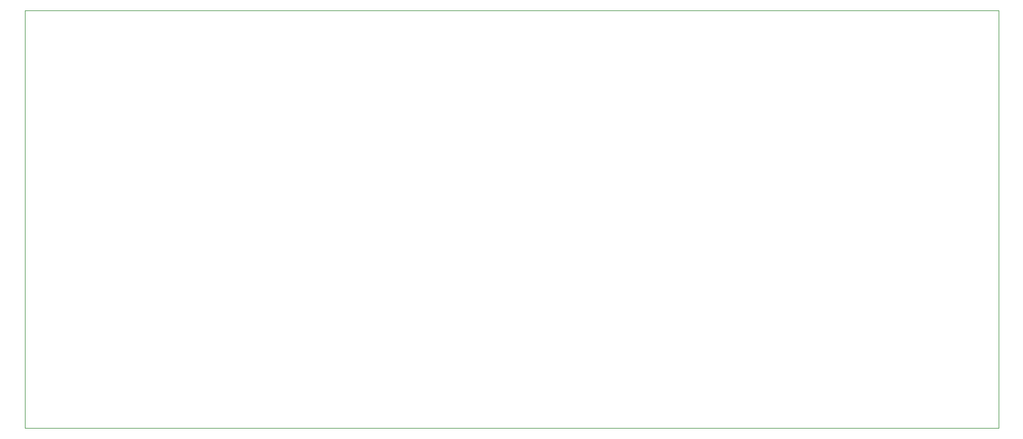
<source format=gm1>
G04 #@! TF.GenerationSoftware,KiCad,Pcbnew,(6.0.2)*
G04 #@! TF.CreationDate,2022-03-10T23:04:52+00:00*
G04 #@! TF.ProjectId,ESC1,45534331-2e6b-4696-9361-645f70636258,rev?*
G04 #@! TF.SameCoordinates,Original*
G04 #@! TF.FileFunction,Profile,NP*
%FSLAX46Y46*%
G04 Gerber Fmt 4.6, Leading zero omitted, Abs format (unit mm)*
G04 Created by KiCad (PCBNEW (6.0.2)) date 2022-03-10 23:04:52*
%MOMM*%
%LPD*%
G01*
G04 APERTURE LIST*
G04 #@! TA.AperFunction,Profile*
%ADD10C,0.100000*%
G04 #@! TD*
G04 APERTURE END LIST*
D10*
X13208000Y-13279000D02*
X155448000Y-13279000D01*
X155448000Y-13279000D02*
X155448000Y-74239000D01*
X155448000Y-74239000D02*
X13208000Y-74239000D01*
X13208000Y-74239000D02*
X13208000Y-13279000D01*
M02*

</source>
